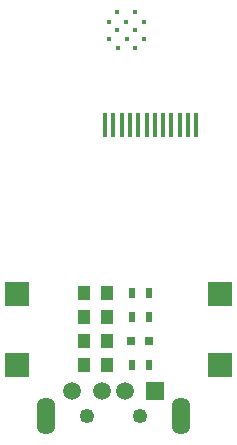
<source format=gbr>
G04 #@! TF.GenerationSoftware,KiCad,Pcbnew,(5.1.7)-1*
G04 #@! TF.CreationDate,2021-10-09T11:46:55+02:00*
G04 #@! TF.ProjectId,20210211_eduino,32303231-3032-4313-915f-656475696e6f,v1.0*
G04 #@! TF.SameCoordinates,Original*
G04 #@! TF.FileFunction,Soldermask,Top*
G04 #@! TF.FilePolarity,Negative*
%FSLAX46Y46*%
G04 Gerber Fmt 4.6, Leading zero omitted, Abs format (unit mm)*
G04 Created by KiCad (PCBNEW (5.1.7)-1) date 2021-10-09 11:46:56*
%MOMM*%
%LPD*%
G01*
G04 APERTURE LIST*
%ADD10O,1.575000X3.150000*%
%ADD11C,1.250000*%
%ADD12C,1.508000*%
%ADD13R,1.508000X1.508000*%
%ADD14R,0.350000X2.000000*%
%ADD15R,1.000000X1.250000*%
%ADD16R,0.800000X0.800000*%
%ADD17R,0.500000X0.900000*%
%ADD18C,0.400000*%
%ADD19R,2.000000X2.000000*%
G04 APERTURE END LIST*
D10*
X145908000Y-82042000D03*
X134508000Y-82042000D03*
D11*
X137958000Y-82042000D03*
X142458000Y-82042000D03*
D12*
X136708000Y-79942000D03*
X139208000Y-79942000D03*
X141208000Y-79942000D03*
D13*
X143708000Y-79942000D03*
D14*
X139508000Y-57404000D03*
X140208000Y-57404000D03*
X140908000Y-57404000D03*
X141608000Y-57404000D03*
X142308000Y-57404000D03*
X143008000Y-57404000D03*
X143708000Y-57404000D03*
X144408000Y-57404000D03*
X145108000Y-57404000D03*
X145808000Y-57404000D03*
X146508000Y-57404000D03*
X147208000Y-57404000D03*
D15*
X137700000Y-71628000D03*
X139700000Y-71628000D03*
X137700000Y-73660000D03*
X139700000Y-73660000D03*
X139700000Y-75692000D03*
X137700000Y-75692000D03*
X139700000Y-77724000D03*
X137700000Y-77724000D03*
D16*
X141656000Y-75692000D03*
X143256000Y-75692000D03*
D17*
X143256000Y-77724000D03*
X141756000Y-77724000D03*
X141756000Y-73660000D03*
X143256000Y-73660000D03*
X143256000Y-71628000D03*
X141756000Y-71628000D03*
D18*
X142810000Y-48709600D03*
X142048000Y-47896800D03*
X140524000Y-47896800D03*
X139812800Y-48709600D03*
X139812800Y-50182800D03*
X140574800Y-50894000D03*
X142048000Y-50894000D03*
X142810000Y-50182800D03*
X142048000Y-49420800D03*
X140524000Y-49370000D03*
X141286000Y-48709600D03*
X141336800Y-50182800D03*
D19*
X132080000Y-77740000D03*
X132080000Y-71740000D03*
X149225000Y-71740000D03*
X149225000Y-77740000D03*
M02*

</source>
